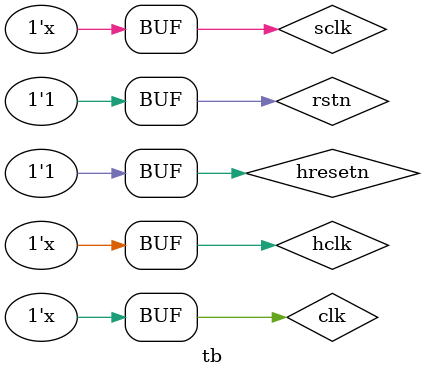
<source format=v>

module tb;
// Clocks and resets
reg          clk;
reg          rstn;
reg          hclk;
reg          hresetn;
reg          sclk;

// AHB bus interface
reg          hsel;
reg  [31:0]  haddr;
reg  [2:0]   hburst;
reg          hmastlock;
reg  [2:0]   hsize;
reg  [1:0]   htrans;
reg          hwrite;
reg  [31:0]  hwdata;
wire [31:0]  hrdata;
wire         hready;
wire [1:0]   hresp;

// Serial I/Os
reg          fsin;
reg          tdmin;
wire         fsout;
wire         tdmout;

initial begin
    clk     = 1'b0;
    sclk    = 1'b0;
    hclk    = 1'b0;
    rstn    = 1'b0;
    hresetn = 1'b0;

    #20
    rstn    = 1'b1;
    hresetn = 1'b1;
end

always #1   clk  <= ~clk;   // 100  Mhz
always #1   hclk <= ~hclk;  // 100  Mhz
always #8   sclk <= ~sclk;  // 12.5 Mhz


tdm tdm (
    // Clocks and resets
    .clk                    (clk),
    .rstn                   (rstn),
    .hclk                   (hclk),
    .hresetn                (hresetn),
    .sclk                   (sclk),

    // AHB bus interface
    .hsel                   (hsel),
    .haddr                  (haddr),
    .hburst                 (hburst),
    .hmastlock              (hmastlock),
    .hsize                  (hsize),
    .htrans                 (htrans),
    .hwrite                 (hwrite),
    .hwdata                 (hwdata),
    .hrdata                 (hrdata),
    .hready                 (hready),
    .hresp                  (hresp),

    // Serial I/Os
    .fsin                   (fsin),
    .tdmin                  (tdmin),
    .fsout                  (fsout),
    .tdmout                 (tdmout)
);

`include "tasks.v"
//`include "stim.v"

endmodule



</source>
